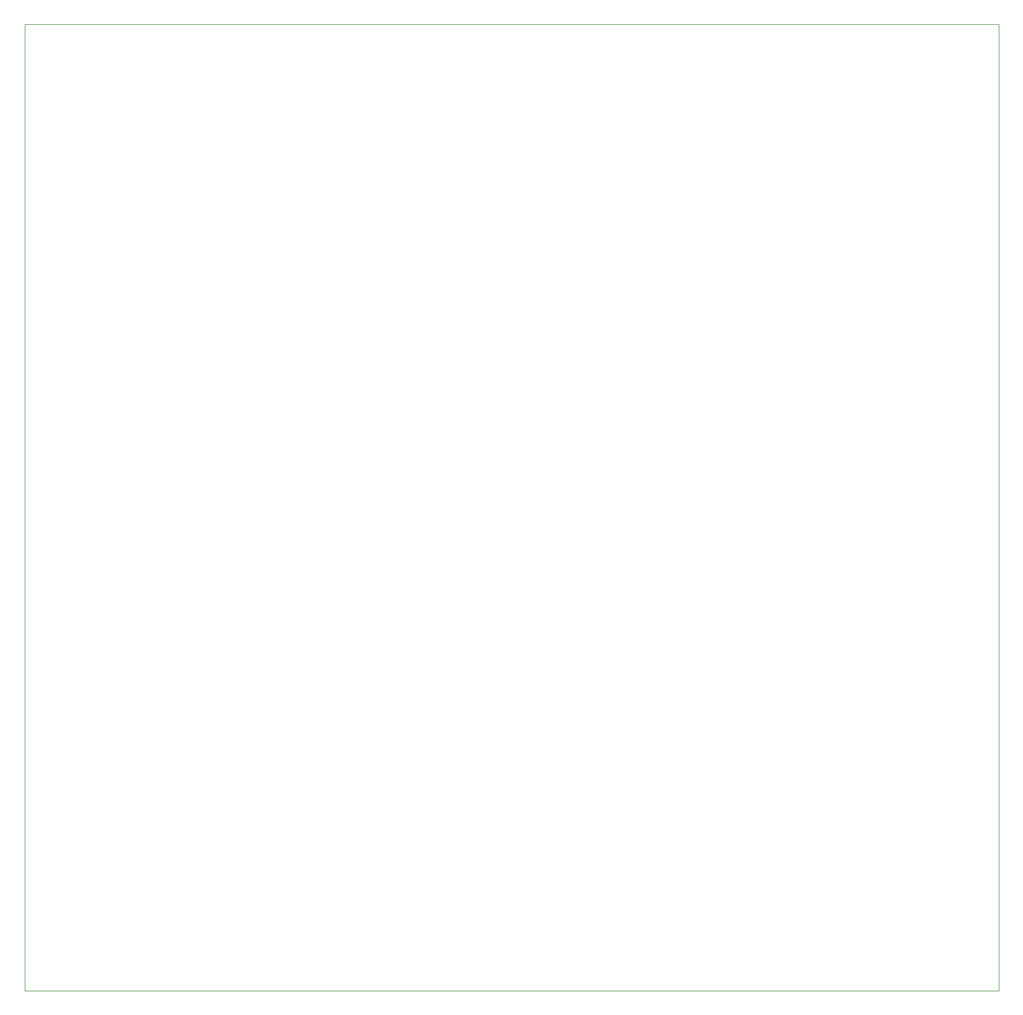
<source format=gbr>
G04 #@! TF.GenerationSoftware,KiCad,Pcbnew,(5.1.5)-3*
G04 #@! TF.CreationDate,2020-02-27T12:53:11-05:00*
G04 #@! TF.ProjectId,input board,696e7075-7420-4626-9f61-72642e6b6963,rev?*
G04 #@! TF.SameCoordinates,Original*
G04 #@! TF.FileFunction,Profile,NP*
%FSLAX46Y46*%
G04 Gerber Fmt 4.6, Leading zero omitted, Abs format (unit mm)*
G04 Created by KiCad (PCBNEW (5.1.5)-3) date 2020-02-27 12:53:11*
%MOMM*%
%LPD*%
G04 APERTURE LIST*
%ADD10C,0.050000*%
G04 APERTURE END LIST*
D10*
X57150000Y-17780000D02*
X207010000Y-17780000D01*
X57150000Y-166370000D02*
X57150000Y-17780000D01*
X207010000Y-166370000D02*
X57150000Y-166370000D01*
X207010000Y-17780000D02*
X207010000Y-166370000D01*
M02*

</source>
